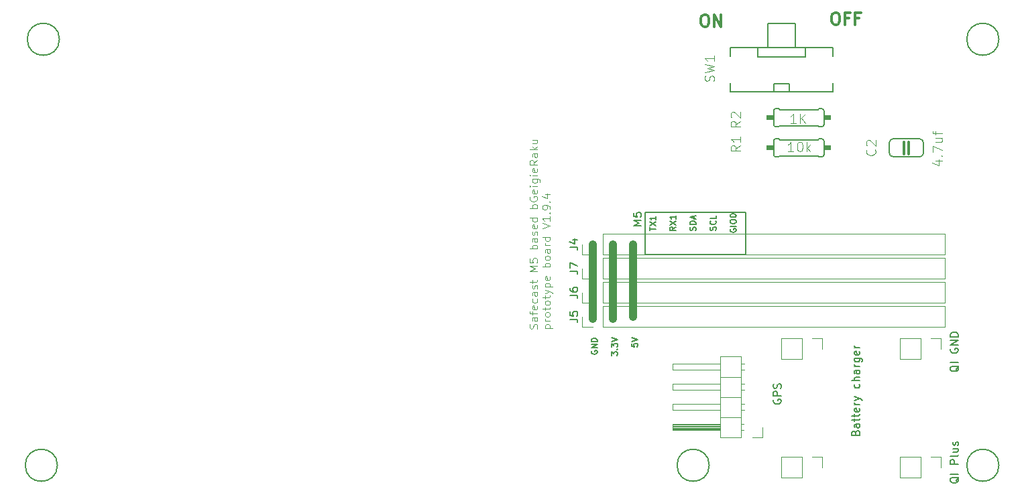
<source format=gbr>
G04 #@! TF.GenerationSoftware,KiCad,Pcbnew,5.99.0-unknown-51b9944~86~ubuntu18.04.1*
G04 #@! TF.CreationDate,2020-03-12T09:02:04+09:00*
G04 #@! TF.ProjectId,bGeigieRaku V2,62476569-6769-4655-9261-6b752056322e,rev?*
G04 #@! TF.SameCoordinates,Original*
G04 #@! TF.FileFunction,Legend,Top*
G04 #@! TF.FilePolarity,Positive*
%FSLAX46Y46*%
G04 Gerber Fmt 4.6, Leading zero omitted, Abs format (unit mm)*
G04 Created by KiCad (PCBNEW 5.99.0-unknown-51b9944~86~ubuntu18.04.1) date 2020-03-12 09:02:04*
%MOMM*%
%LPD*%
G01*
G04 APERTURE LIST*
%ADD10C,1.000000*%
%ADD11C,0.150000*%
%ADD12C,0.300000*%
%ADD13C,0.200000*%
%ADD14C,0.100000*%
%ADD15C,0.203200*%
%ADD16C,0.120000*%
%ADD17C,0.152400*%
%ADD18C,0.304800*%
%ADD19C,0.127000*%
%ADD20C,0.120650*%
%ADD21C,0.096520*%
G04 APERTURE END LIST*
D10*
X164947600Y-98246000D02*
X164947600Y-107390000D01*
X162407600Y-98246000D02*
X162407600Y-107644000D01*
D11*
X193070171Y-122073714D02*
X193117790Y-121930857D01*
X193165409Y-121883238D01*
X193260647Y-121835619D01*
X193403504Y-121835619D01*
X193498742Y-121883238D01*
X193546361Y-121930857D01*
X193593980Y-122026095D01*
X193593980Y-122407047D01*
X192593980Y-122407047D01*
X192593980Y-122073714D01*
X192641600Y-121978476D01*
X192689219Y-121930857D01*
X192784457Y-121883238D01*
X192879695Y-121883238D01*
X192974933Y-121930857D01*
X193022552Y-121978476D01*
X193070171Y-122073714D01*
X193070171Y-122407047D01*
X193593980Y-120978476D02*
X193070171Y-120978476D01*
X192974933Y-121026095D01*
X192927314Y-121121333D01*
X192927314Y-121311809D01*
X192974933Y-121407047D01*
X193546361Y-120978476D02*
X193593980Y-121073714D01*
X193593980Y-121311809D01*
X193546361Y-121407047D01*
X193451123Y-121454666D01*
X193355885Y-121454666D01*
X193260647Y-121407047D01*
X193213028Y-121311809D01*
X193213028Y-121073714D01*
X193165409Y-120978476D01*
X192927314Y-120645142D02*
X192927314Y-120264190D01*
X192593980Y-120502285D02*
X193451123Y-120502285D01*
X193546361Y-120454666D01*
X193593980Y-120359428D01*
X193593980Y-120264190D01*
X192927314Y-120073714D02*
X192927314Y-119692761D01*
X192593980Y-119930857D02*
X193451123Y-119930857D01*
X193546361Y-119883238D01*
X193593980Y-119788000D01*
X193593980Y-119692761D01*
X193546361Y-118978476D02*
X193593980Y-119073714D01*
X193593980Y-119264190D01*
X193546361Y-119359428D01*
X193451123Y-119407047D01*
X193070171Y-119407047D01*
X192974933Y-119359428D01*
X192927314Y-119264190D01*
X192927314Y-119073714D01*
X192974933Y-118978476D01*
X193070171Y-118930857D01*
X193165409Y-118930857D01*
X193260647Y-119407047D01*
X193593980Y-118502285D02*
X192927314Y-118502285D01*
X193117790Y-118502285D02*
X193022552Y-118454666D01*
X192974933Y-118407047D01*
X192927314Y-118311809D01*
X192927314Y-118216571D01*
X192927314Y-117978476D02*
X193593980Y-117740380D01*
X192927314Y-117502285D02*
X193593980Y-117740380D01*
X193832076Y-117835619D01*
X193879695Y-117883238D01*
X193927314Y-117978476D01*
X193546361Y-115930857D02*
X193593980Y-116026095D01*
X193593980Y-116216571D01*
X193546361Y-116311809D01*
X193498742Y-116359428D01*
X193403504Y-116407047D01*
X193117790Y-116407047D01*
X193022552Y-116359428D01*
X192974933Y-116311809D01*
X192927314Y-116216571D01*
X192927314Y-116026095D01*
X192974933Y-115930857D01*
X193593980Y-115502285D02*
X192593980Y-115502285D01*
X193593980Y-115073714D02*
X193070171Y-115073714D01*
X192974933Y-115121333D01*
X192927314Y-115216571D01*
X192927314Y-115359428D01*
X192974933Y-115454666D01*
X193022552Y-115502285D01*
X193593980Y-114168952D02*
X193070171Y-114168952D01*
X192974933Y-114216571D01*
X192927314Y-114311809D01*
X192927314Y-114502285D01*
X192974933Y-114597523D01*
X193546361Y-114168952D02*
X193593980Y-114264190D01*
X193593980Y-114502285D01*
X193546361Y-114597523D01*
X193451123Y-114645142D01*
X193355885Y-114645142D01*
X193260647Y-114597523D01*
X193213028Y-114502285D01*
X193213028Y-114264190D01*
X193165409Y-114168952D01*
X193593980Y-113692761D02*
X192927314Y-113692761D01*
X193117790Y-113692761D02*
X193022552Y-113645142D01*
X192974933Y-113597523D01*
X192927314Y-113502285D01*
X192927314Y-113407047D01*
X192927314Y-112645142D02*
X193736838Y-112645142D01*
X193832076Y-112692761D01*
X193879695Y-112740380D01*
X193927314Y-112835619D01*
X193927314Y-112978476D01*
X193879695Y-113073714D01*
X193546361Y-112645142D02*
X193593980Y-112740380D01*
X193593980Y-112930857D01*
X193546361Y-113026095D01*
X193498742Y-113073714D01*
X193403504Y-113121333D01*
X193117790Y-113121333D01*
X193022552Y-113073714D01*
X192974933Y-113026095D01*
X192927314Y-112930857D01*
X192927314Y-112740380D01*
X192974933Y-112645142D01*
X193546361Y-111788000D02*
X193593980Y-111883238D01*
X193593980Y-112073714D01*
X193546361Y-112168952D01*
X193451123Y-112216571D01*
X193070171Y-112216571D01*
X192974933Y-112168952D01*
X192927314Y-112073714D01*
X192927314Y-111883238D01*
X192974933Y-111788000D01*
X193070171Y-111740380D01*
X193165409Y-111740380D01*
X193260647Y-112216571D01*
X193593980Y-111311809D02*
X192927314Y-111311809D01*
X193117790Y-111311809D02*
X193022552Y-111264190D01*
X192974933Y-111216571D01*
X192927314Y-111121333D01*
X192927314Y-111026095D01*
D12*
X173925028Y-69230571D02*
X174210742Y-69230571D01*
X174353600Y-69302000D01*
X174496457Y-69444857D01*
X174567885Y-69730571D01*
X174567885Y-70230571D01*
X174496457Y-70516285D01*
X174353600Y-70659142D01*
X174210742Y-70730571D01*
X173925028Y-70730571D01*
X173782171Y-70659142D01*
X173639314Y-70516285D01*
X173567885Y-70230571D01*
X173567885Y-69730571D01*
X173639314Y-69444857D01*
X173782171Y-69302000D01*
X173925028Y-69230571D01*
X175210742Y-70730571D02*
X175210742Y-69230571D01*
X176067885Y-70730571D01*
X176067885Y-69230571D01*
X190443028Y-68976571D02*
X190728742Y-68976571D01*
X190871600Y-69048000D01*
X191014457Y-69190857D01*
X191085885Y-69476571D01*
X191085885Y-69976571D01*
X191014457Y-70262285D01*
X190871600Y-70405142D01*
X190728742Y-70476571D01*
X190443028Y-70476571D01*
X190300171Y-70405142D01*
X190157314Y-70262285D01*
X190085885Y-69976571D01*
X190085885Y-69476571D01*
X190157314Y-69190857D01*
X190300171Y-69048000D01*
X190443028Y-68976571D01*
X192228742Y-69690857D02*
X191728742Y-69690857D01*
X191728742Y-70476571D02*
X191728742Y-68976571D01*
X192443028Y-68976571D01*
X193514457Y-69690857D02*
X193014457Y-69690857D01*
X193014457Y-70476571D02*
X193014457Y-68976571D01*
X193728742Y-68976571D01*
D11*
X166034980Y-95880523D02*
X165034980Y-95880523D01*
X165749266Y-95547190D01*
X165034980Y-95213857D01*
X166034980Y-95213857D01*
X165034980Y-94261476D02*
X165034980Y-94737666D01*
X165511171Y-94785285D01*
X165463552Y-94737666D01*
X165415933Y-94642428D01*
X165415933Y-94404333D01*
X165463552Y-94309095D01*
X165511171Y-94261476D01*
X165606409Y-94213857D01*
X165844504Y-94213857D01*
X165939742Y-94261476D01*
X165987361Y-94309095D01*
X166034980Y-94404333D01*
X166034980Y-94642428D01*
X165987361Y-94737666D01*
X165939742Y-94785285D01*
D13*
X179171600Y-99516000D02*
X166471600Y-99516000D01*
X179171600Y-94182000D02*
X179171600Y-99516000D01*
X166471600Y-94182000D02*
X179171600Y-94182000D01*
X166471600Y-99516000D02*
X166471600Y-94182000D01*
D10*
X159867600Y-98246000D02*
X159867600Y-107644000D01*
D11*
X177272600Y-96311142D02*
X177236885Y-96382571D01*
X177236885Y-96489714D01*
X177272600Y-96596857D01*
X177344028Y-96668285D01*
X177415457Y-96704000D01*
X177558314Y-96739714D01*
X177665457Y-96739714D01*
X177808314Y-96704000D01*
X177879742Y-96668285D01*
X177951171Y-96596857D01*
X177986885Y-96489714D01*
X177986885Y-96418285D01*
X177951171Y-96311142D01*
X177915457Y-96275428D01*
X177665457Y-96275428D01*
X177665457Y-96418285D01*
X177986885Y-95954000D02*
X177236885Y-95954000D01*
X177236885Y-95454000D02*
X177236885Y-95311142D01*
X177272600Y-95239714D01*
X177344028Y-95168285D01*
X177486885Y-95132571D01*
X177736885Y-95132571D01*
X177879742Y-95168285D01*
X177951171Y-95239714D01*
X177986885Y-95311142D01*
X177986885Y-95454000D01*
X177951171Y-95525428D01*
X177879742Y-95596857D01*
X177736885Y-95632571D01*
X177486885Y-95632571D01*
X177344028Y-95596857D01*
X177272600Y-95525428D01*
X177236885Y-95454000D01*
X177236885Y-94668285D02*
X177236885Y-94596857D01*
X177272600Y-94525428D01*
X177308314Y-94489714D01*
X177379742Y-94454000D01*
X177522600Y-94418285D01*
X177701171Y-94418285D01*
X177844028Y-94454000D01*
X177915457Y-94489714D01*
X177951171Y-94525428D01*
X177986885Y-94596857D01*
X177986885Y-94668285D01*
X177951171Y-94739714D01*
X177915457Y-94775428D01*
X177844028Y-94811142D01*
X177701171Y-94846857D01*
X177522600Y-94846857D01*
X177379742Y-94811142D01*
X177308314Y-94775428D01*
X177272600Y-94739714D01*
X177236885Y-94668285D01*
X175411171Y-96471857D02*
X175446885Y-96364714D01*
X175446885Y-96186142D01*
X175411171Y-96114714D01*
X175375457Y-96079000D01*
X175304028Y-96043285D01*
X175232600Y-96043285D01*
X175161171Y-96079000D01*
X175125457Y-96114714D01*
X175089742Y-96186142D01*
X175054028Y-96329000D01*
X175018314Y-96400428D01*
X174982600Y-96436142D01*
X174911171Y-96471857D01*
X174839742Y-96471857D01*
X174768314Y-96436142D01*
X174732600Y-96400428D01*
X174696885Y-96329000D01*
X174696885Y-96150428D01*
X174732600Y-96043285D01*
X175375457Y-95293285D02*
X175411171Y-95329000D01*
X175446885Y-95436142D01*
X175446885Y-95507571D01*
X175411171Y-95614714D01*
X175339742Y-95686142D01*
X175268314Y-95721857D01*
X175125457Y-95757571D01*
X175018314Y-95757571D01*
X174875457Y-95721857D01*
X174804028Y-95686142D01*
X174732600Y-95614714D01*
X174696885Y-95507571D01*
X174696885Y-95436142D01*
X174732600Y-95329000D01*
X174768314Y-95293285D01*
X175446885Y-94614714D02*
X175446885Y-94971857D01*
X174696885Y-94971857D01*
X172871171Y-96489714D02*
X172906885Y-96382571D01*
X172906885Y-96204000D01*
X172871171Y-96132571D01*
X172835457Y-96096857D01*
X172764028Y-96061142D01*
X172692600Y-96061142D01*
X172621171Y-96096857D01*
X172585457Y-96132571D01*
X172549742Y-96204000D01*
X172514028Y-96346857D01*
X172478314Y-96418285D01*
X172442600Y-96454000D01*
X172371171Y-96489714D01*
X172299742Y-96489714D01*
X172228314Y-96454000D01*
X172192600Y-96418285D01*
X172156885Y-96346857D01*
X172156885Y-96168285D01*
X172192600Y-96061142D01*
X172906885Y-95739714D02*
X172156885Y-95739714D01*
X172156885Y-95561142D01*
X172192600Y-95454000D01*
X172264028Y-95382571D01*
X172335457Y-95346857D01*
X172478314Y-95311142D01*
X172585457Y-95311142D01*
X172728314Y-95346857D01*
X172799742Y-95382571D01*
X172871171Y-95454000D01*
X172906885Y-95561142D01*
X172906885Y-95739714D01*
X172692600Y-95025428D02*
X172692600Y-94668285D01*
X172906885Y-95096857D02*
X172156885Y-94846857D01*
X172906885Y-94596857D01*
X170366885Y-96061141D02*
X170009742Y-96311141D01*
X170366885Y-96489713D02*
X169616885Y-96489713D01*
X169616885Y-96203999D01*
X169652600Y-96132570D01*
X169688314Y-96096856D01*
X169759742Y-96061141D01*
X169866885Y-96061141D01*
X169938314Y-96096856D01*
X169974028Y-96132570D01*
X170009742Y-96203999D01*
X170009742Y-96489713D01*
X169616885Y-95811141D02*
X170366885Y-95311141D01*
X169616885Y-95311141D02*
X170366885Y-95811141D01*
X170366885Y-94632570D02*
X170366885Y-95061141D01*
X170366885Y-94846856D02*
X169616885Y-94846856D01*
X169724028Y-94918284D01*
X169795457Y-94989713D01*
X169831171Y-95061141D01*
X167076885Y-96507570D02*
X167076885Y-96078999D01*
X167826885Y-96293284D02*
X167076885Y-96293284D01*
X167076885Y-95900427D02*
X167826885Y-95400427D01*
X167076885Y-95400427D02*
X167826885Y-95900427D01*
X167826885Y-94721856D02*
X167826885Y-95150427D01*
X167826885Y-94936141D02*
X167076885Y-94936141D01*
X167184028Y-95007570D01*
X167255457Y-95078999D01*
X167291171Y-95150427D01*
X164790885Y-110807143D02*
X164790885Y-111164286D01*
X165148028Y-111200000D01*
X165112314Y-111164286D01*
X165076600Y-111092857D01*
X165076600Y-110914286D01*
X165112314Y-110842857D01*
X165148028Y-110807143D01*
X165219457Y-110771428D01*
X165398028Y-110771428D01*
X165469457Y-110807143D01*
X165505171Y-110842857D01*
X165540885Y-110914286D01*
X165540885Y-111092857D01*
X165505171Y-111164286D01*
X165469457Y-111200000D01*
X164790885Y-110557143D02*
X165540885Y-110307143D01*
X164790885Y-110057143D01*
X162250885Y-112307142D02*
X162250885Y-111842857D01*
X162536600Y-112092857D01*
X162536600Y-111985714D01*
X162572314Y-111914285D01*
X162608028Y-111878571D01*
X162679457Y-111842857D01*
X162858028Y-111842857D01*
X162929457Y-111878571D01*
X162965171Y-111914285D01*
X163000885Y-111985714D01*
X163000885Y-112200000D01*
X162965171Y-112271428D01*
X162929457Y-112307142D01*
X162929457Y-111521428D02*
X162965171Y-111485714D01*
X163000885Y-111521428D01*
X162965171Y-111557142D01*
X162929457Y-111521428D01*
X163000885Y-111521428D01*
X162250885Y-111235714D02*
X162250885Y-110771428D01*
X162536600Y-111021428D01*
X162536600Y-110914285D01*
X162572314Y-110842857D01*
X162608028Y-110807142D01*
X162679457Y-110771428D01*
X162858028Y-110771428D01*
X162929457Y-110807142D01*
X162965171Y-110842857D01*
X163000885Y-110914285D01*
X163000885Y-111128571D01*
X162965171Y-111200000D01*
X162929457Y-111235714D01*
X162250885Y-110557142D02*
X163000885Y-110307142D01*
X162250885Y-110057142D01*
X159746600Y-111699999D02*
X159710885Y-111771428D01*
X159710885Y-111878571D01*
X159746600Y-111985713D01*
X159818028Y-112057142D01*
X159889457Y-112092856D01*
X160032314Y-112128571D01*
X160139457Y-112128571D01*
X160282314Y-112092856D01*
X160353742Y-112057142D01*
X160425171Y-111985713D01*
X160460885Y-111878571D01*
X160460885Y-111807142D01*
X160425171Y-111699999D01*
X160389457Y-111664285D01*
X160139457Y-111664285D01*
X160139457Y-111807142D01*
X160460885Y-111342856D02*
X159710885Y-111342856D01*
X160460885Y-110914285D01*
X159710885Y-110914285D01*
X160460885Y-110557142D02*
X159710885Y-110557142D01*
X159710885Y-110378571D01*
X159746600Y-110271428D01*
X159818028Y-110199999D01*
X159889457Y-110164285D01*
X160032314Y-110128571D01*
X160139457Y-110128571D01*
X160282314Y-110164285D01*
X160353742Y-110199999D01*
X160425171Y-110271428D01*
X160460885Y-110378571D01*
X160460885Y-110557142D01*
D14*
X152863361Y-108912523D02*
X152910980Y-108769666D01*
X152910980Y-108531571D01*
X152863361Y-108436333D01*
X152815742Y-108388714D01*
X152720504Y-108341095D01*
X152625266Y-108341095D01*
X152530028Y-108388714D01*
X152482409Y-108436333D01*
X152434790Y-108531571D01*
X152387171Y-108722047D01*
X152339552Y-108817285D01*
X152291933Y-108864904D01*
X152196695Y-108912523D01*
X152101457Y-108912523D01*
X152006219Y-108864904D01*
X151958600Y-108817285D01*
X151910980Y-108722047D01*
X151910980Y-108483952D01*
X151958600Y-108341095D01*
X152910980Y-107483952D02*
X152387171Y-107483952D01*
X152291933Y-107531571D01*
X152244314Y-107626809D01*
X152244314Y-107817285D01*
X152291933Y-107912523D01*
X152863361Y-107483952D02*
X152910980Y-107579190D01*
X152910980Y-107817285D01*
X152863361Y-107912523D01*
X152768123Y-107960142D01*
X152672885Y-107960142D01*
X152577647Y-107912523D01*
X152530028Y-107817285D01*
X152530028Y-107579190D01*
X152482409Y-107483952D01*
X152244314Y-107150619D02*
X152244314Y-106769666D01*
X152910980Y-107007761D02*
X152053838Y-107007761D01*
X151958600Y-106960142D01*
X151910980Y-106864904D01*
X151910980Y-106769666D01*
X152863361Y-106055380D02*
X152910980Y-106150619D01*
X152910980Y-106341095D01*
X152863361Y-106436333D01*
X152768123Y-106483952D01*
X152387171Y-106483952D01*
X152291933Y-106436333D01*
X152244314Y-106341095D01*
X152244314Y-106150619D01*
X152291933Y-106055380D01*
X152387171Y-106007761D01*
X152482409Y-106007761D01*
X152577647Y-106483952D01*
X152863361Y-105150619D02*
X152910980Y-105245857D01*
X152910980Y-105436333D01*
X152863361Y-105531571D01*
X152815742Y-105579190D01*
X152720504Y-105626809D01*
X152434790Y-105626809D01*
X152339552Y-105579190D01*
X152291933Y-105531571D01*
X152244314Y-105436333D01*
X152244314Y-105245857D01*
X152291933Y-105150619D01*
X152910980Y-104293476D02*
X152387171Y-104293476D01*
X152291933Y-104341095D01*
X152244314Y-104436333D01*
X152244314Y-104626809D01*
X152291933Y-104722047D01*
X152863361Y-104293476D02*
X152910980Y-104388714D01*
X152910980Y-104626809D01*
X152863361Y-104722047D01*
X152768123Y-104769666D01*
X152672885Y-104769666D01*
X152577647Y-104722047D01*
X152530028Y-104626809D01*
X152530028Y-104388714D01*
X152482409Y-104293476D01*
X152863361Y-103864904D02*
X152910980Y-103769666D01*
X152910980Y-103579190D01*
X152863361Y-103483952D01*
X152768123Y-103436333D01*
X152720504Y-103436333D01*
X152625266Y-103483952D01*
X152577647Y-103579190D01*
X152577647Y-103722047D01*
X152530028Y-103817285D01*
X152434790Y-103864904D01*
X152387171Y-103864904D01*
X152291933Y-103817285D01*
X152244314Y-103722047D01*
X152244314Y-103579190D01*
X152291933Y-103483952D01*
X152244314Y-103150619D02*
X152244314Y-102769666D01*
X151910980Y-103007761D02*
X152768123Y-103007761D01*
X152863361Y-102960142D01*
X152910980Y-102864904D01*
X152910980Y-102769666D01*
X152910980Y-101674428D02*
X151910980Y-101674428D01*
X152625266Y-101341095D01*
X151910980Y-101007761D01*
X152910980Y-101007761D01*
X151910980Y-100055380D02*
X151910980Y-100531571D01*
X152387171Y-100579190D01*
X152339552Y-100531571D01*
X152291933Y-100436333D01*
X152291933Y-100198238D01*
X152339552Y-100103000D01*
X152387171Y-100055380D01*
X152482409Y-100007761D01*
X152720504Y-100007761D01*
X152815742Y-100055380D01*
X152863361Y-100103000D01*
X152910980Y-100198238D01*
X152910980Y-100436333D01*
X152863361Y-100531571D01*
X152815742Y-100579190D01*
X152910980Y-98817285D02*
X151910980Y-98817285D01*
X152291933Y-98817285D02*
X152244314Y-98722047D01*
X152244314Y-98531571D01*
X152291933Y-98436333D01*
X152339552Y-98388714D01*
X152434790Y-98341095D01*
X152720504Y-98341095D01*
X152815742Y-98388714D01*
X152863361Y-98436333D01*
X152910980Y-98531571D01*
X152910980Y-98722047D01*
X152863361Y-98817285D01*
X152910980Y-97483952D02*
X152387171Y-97483952D01*
X152291933Y-97531571D01*
X152244314Y-97626809D01*
X152244314Y-97817285D01*
X152291933Y-97912523D01*
X152863361Y-97483952D02*
X152910980Y-97579190D01*
X152910980Y-97817285D01*
X152863361Y-97912523D01*
X152768123Y-97960142D01*
X152672885Y-97960142D01*
X152577647Y-97912523D01*
X152530028Y-97817285D01*
X152530028Y-97579190D01*
X152482409Y-97483952D01*
X152863361Y-97055380D02*
X152910980Y-96960142D01*
X152910980Y-96769666D01*
X152863361Y-96674428D01*
X152768123Y-96626809D01*
X152720504Y-96626809D01*
X152625266Y-96674428D01*
X152577647Y-96769666D01*
X152577647Y-96912523D01*
X152530028Y-97007761D01*
X152434790Y-97055380D01*
X152387171Y-97055380D01*
X152291933Y-97007761D01*
X152244314Y-96912523D01*
X152244314Y-96769666D01*
X152291933Y-96674428D01*
X152863361Y-95817285D02*
X152910980Y-95912523D01*
X152910980Y-96103000D01*
X152863361Y-96198238D01*
X152768123Y-96245857D01*
X152387171Y-96245857D01*
X152291933Y-96198238D01*
X152244314Y-96103000D01*
X152244314Y-95912523D01*
X152291933Y-95817285D01*
X152387171Y-95769666D01*
X152482409Y-95769666D01*
X152577647Y-96245857D01*
X152910980Y-94912523D02*
X151910980Y-94912523D01*
X152863361Y-94912523D02*
X152910980Y-95007761D01*
X152910980Y-95198238D01*
X152863361Y-95293476D01*
X152815742Y-95341095D01*
X152720504Y-95388714D01*
X152434790Y-95388714D01*
X152339552Y-95341095D01*
X152291933Y-95293476D01*
X152244314Y-95198238D01*
X152244314Y-95007761D01*
X152291933Y-94912523D01*
X152910980Y-93674428D02*
X151910980Y-93674428D01*
X152291933Y-93674428D02*
X152244314Y-93579190D01*
X152244314Y-93388714D01*
X152291933Y-93293476D01*
X152339552Y-93245857D01*
X152434790Y-93198238D01*
X152720504Y-93198238D01*
X152815742Y-93245857D01*
X152863361Y-93293476D01*
X152910980Y-93388714D01*
X152910980Y-93579190D01*
X152863361Y-93674428D01*
X151958600Y-92245857D02*
X151910980Y-92341095D01*
X151910980Y-92483952D01*
X151958600Y-92626809D01*
X152053838Y-92722047D01*
X152149076Y-92769666D01*
X152339552Y-92817285D01*
X152482409Y-92817285D01*
X152672885Y-92769666D01*
X152768123Y-92722047D01*
X152863361Y-92626809D01*
X152910980Y-92483952D01*
X152910980Y-92388714D01*
X152863361Y-92245857D01*
X152815742Y-92198238D01*
X152482409Y-92198238D01*
X152482409Y-92388714D01*
X152863361Y-91388714D02*
X152910980Y-91483952D01*
X152910980Y-91674428D01*
X152863361Y-91769666D01*
X152768123Y-91817285D01*
X152387171Y-91817285D01*
X152291933Y-91769666D01*
X152244314Y-91674428D01*
X152244314Y-91483952D01*
X152291933Y-91388714D01*
X152387171Y-91341095D01*
X152482409Y-91341095D01*
X152577647Y-91817285D01*
X152910980Y-90912523D02*
X152244314Y-90912523D01*
X151910980Y-90912523D02*
X151958600Y-90960142D01*
X152006219Y-90912523D01*
X151958600Y-90864904D01*
X151910980Y-90912523D01*
X152006219Y-90912523D01*
X152244314Y-90007761D02*
X153053838Y-90007761D01*
X153149076Y-90055380D01*
X153196695Y-90103000D01*
X153244314Y-90198238D01*
X153244314Y-90341095D01*
X153196695Y-90436333D01*
X152863361Y-90007761D02*
X152910980Y-90103000D01*
X152910980Y-90293476D01*
X152863361Y-90388714D01*
X152815742Y-90436333D01*
X152720504Y-90483952D01*
X152434790Y-90483952D01*
X152339552Y-90436333D01*
X152291933Y-90388714D01*
X152244314Y-90293476D01*
X152244314Y-90103000D01*
X152291933Y-90007761D01*
X152910980Y-89531571D02*
X152244314Y-89531571D01*
X151910980Y-89531571D02*
X151958600Y-89579190D01*
X152006219Y-89531571D01*
X151958600Y-89483952D01*
X151910980Y-89531571D01*
X152006219Y-89531571D01*
X152863361Y-88674428D02*
X152910980Y-88769666D01*
X152910980Y-88960142D01*
X152863361Y-89055380D01*
X152768123Y-89103000D01*
X152387171Y-89103000D01*
X152291933Y-89055380D01*
X152244314Y-88960142D01*
X152244314Y-88769666D01*
X152291933Y-88674428D01*
X152387171Y-88626809D01*
X152482409Y-88626809D01*
X152577647Y-89103000D01*
X152910980Y-87626809D02*
X152434790Y-87960142D01*
X152910980Y-88198238D02*
X151910980Y-88198238D01*
X151910980Y-87817285D01*
X151958600Y-87722047D01*
X152006219Y-87674428D01*
X152101457Y-87626809D01*
X152244314Y-87626809D01*
X152339552Y-87674428D01*
X152387171Y-87722047D01*
X152434790Y-87817285D01*
X152434790Y-88198238D01*
X152910980Y-86769666D02*
X152387171Y-86769666D01*
X152291933Y-86817285D01*
X152244314Y-86912523D01*
X152244314Y-87103000D01*
X152291933Y-87198238D01*
X152863361Y-86769666D02*
X152910980Y-86864904D01*
X152910980Y-87103000D01*
X152863361Y-87198238D01*
X152768123Y-87245857D01*
X152672885Y-87245857D01*
X152577647Y-87198238D01*
X152530028Y-87103000D01*
X152530028Y-86864904D01*
X152482409Y-86769666D01*
X152910980Y-86293476D02*
X151910980Y-86293476D01*
X152530028Y-86198238D02*
X152910980Y-85912523D01*
X152244314Y-85912523D02*
X152625266Y-86293476D01*
X152244314Y-85055380D02*
X152910980Y-85055380D01*
X152244314Y-85483952D02*
X152768123Y-85483952D01*
X152863361Y-85436333D01*
X152910980Y-85341095D01*
X152910980Y-85198238D01*
X152863361Y-85103000D01*
X152815742Y-85055380D01*
X153854314Y-108864904D02*
X154854314Y-108864904D01*
X153901933Y-108864904D02*
X153854314Y-108769666D01*
X153854314Y-108579190D01*
X153901933Y-108483952D01*
X153949552Y-108436333D01*
X154044790Y-108388714D01*
X154330504Y-108388714D01*
X154425742Y-108436333D01*
X154473361Y-108483952D01*
X154520980Y-108579190D01*
X154520980Y-108769666D01*
X154473361Y-108864904D01*
X154520980Y-107960142D02*
X153854314Y-107960142D01*
X154044790Y-107960142D02*
X153949552Y-107912523D01*
X153901933Y-107864904D01*
X153854314Y-107769666D01*
X153854314Y-107674428D01*
X154520980Y-107198238D02*
X154473361Y-107293476D01*
X154425742Y-107341095D01*
X154330504Y-107388714D01*
X154044790Y-107388714D01*
X153949552Y-107341095D01*
X153901933Y-107293476D01*
X153854314Y-107198238D01*
X153854314Y-107055380D01*
X153901933Y-106960142D01*
X153949552Y-106912523D01*
X154044790Y-106864904D01*
X154330504Y-106864904D01*
X154425742Y-106912523D01*
X154473361Y-106960142D01*
X154520980Y-107055380D01*
X154520980Y-107198238D01*
X153854314Y-106579190D02*
X153854314Y-106198238D01*
X153520980Y-106436333D02*
X154378123Y-106436333D01*
X154473361Y-106388714D01*
X154520980Y-106293476D01*
X154520980Y-106198238D01*
X154520980Y-105722047D02*
X154473361Y-105817285D01*
X154425742Y-105864904D01*
X154330504Y-105912523D01*
X154044790Y-105912523D01*
X153949552Y-105864904D01*
X153901933Y-105817285D01*
X153854314Y-105722047D01*
X153854314Y-105579190D01*
X153901933Y-105483952D01*
X153949552Y-105436333D01*
X154044790Y-105388714D01*
X154330504Y-105388714D01*
X154425742Y-105436333D01*
X154473361Y-105483952D01*
X154520980Y-105579190D01*
X154520980Y-105722047D01*
X153854314Y-105103000D02*
X153854314Y-104722047D01*
X153520980Y-104960142D02*
X154378123Y-104960142D01*
X154473361Y-104912523D01*
X154520980Y-104817285D01*
X154520980Y-104722047D01*
X153854314Y-104483952D02*
X154520980Y-104245857D01*
X153854314Y-104007761D02*
X154520980Y-104245857D01*
X154759076Y-104341095D01*
X154806695Y-104388714D01*
X154854314Y-104483952D01*
X153854314Y-103626809D02*
X154854314Y-103626809D01*
X153901933Y-103626809D02*
X153854314Y-103531571D01*
X153854314Y-103341095D01*
X153901933Y-103245857D01*
X153949552Y-103198238D01*
X154044790Y-103150619D01*
X154330504Y-103150619D01*
X154425742Y-103198238D01*
X154473361Y-103245857D01*
X154520980Y-103341095D01*
X154520980Y-103531571D01*
X154473361Y-103626809D01*
X154473361Y-102341095D02*
X154520980Y-102436333D01*
X154520980Y-102626809D01*
X154473361Y-102722047D01*
X154378123Y-102769666D01*
X153997171Y-102769666D01*
X153901933Y-102722047D01*
X153854314Y-102626809D01*
X153854314Y-102436333D01*
X153901933Y-102341095D01*
X153997171Y-102293476D01*
X154092409Y-102293476D01*
X154187647Y-102769666D01*
X154520980Y-101103000D02*
X153520980Y-101103000D01*
X153901933Y-101103000D02*
X153854314Y-101007761D01*
X153854314Y-100817285D01*
X153901933Y-100722047D01*
X153949552Y-100674428D01*
X154044790Y-100626809D01*
X154330504Y-100626809D01*
X154425742Y-100674428D01*
X154473361Y-100722047D01*
X154520980Y-100817285D01*
X154520980Y-101007761D01*
X154473361Y-101103000D01*
X154520980Y-100055380D02*
X154473361Y-100150619D01*
X154425742Y-100198238D01*
X154330504Y-100245857D01*
X154044790Y-100245857D01*
X153949552Y-100198238D01*
X153901933Y-100150619D01*
X153854314Y-100055380D01*
X153854314Y-99912523D01*
X153901933Y-99817285D01*
X153949552Y-99769666D01*
X154044790Y-99722047D01*
X154330504Y-99722047D01*
X154425742Y-99769666D01*
X154473361Y-99817285D01*
X154520980Y-99912523D01*
X154520980Y-100055380D01*
X154520980Y-98864904D02*
X153997171Y-98864904D01*
X153901933Y-98912523D01*
X153854314Y-99007761D01*
X153854314Y-99198238D01*
X153901933Y-99293476D01*
X154473361Y-98864904D02*
X154520980Y-98960142D01*
X154520980Y-99198238D01*
X154473361Y-99293476D01*
X154378123Y-99341095D01*
X154282885Y-99341095D01*
X154187647Y-99293476D01*
X154140028Y-99198238D01*
X154140028Y-98960142D01*
X154092409Y-98864904D01*
X154520980Y-98388714D02*
X153854314Y-98388714D01*
X154044790Y-98388714D02*
X153949552Y-98341095D01*
X153901933Y-98293476D01*
X153854314Y-98198238D01*
X153854314Y-98103000D01*
X154520980Y-97341095D02*
X153520980Y-97341095D01*
X154473361Y-97341095D02*
X154520980Y-97436333D01*
X154520980Y-97626809D01*
X154473361Y-97722047D01*
X154425742Y-97769666D01*
X154330504Y-97817285D01*
X154044790Y-97817285D01*
X153949552Y-97769666D01*
X153901933Y-97722047D01*
X153854314Y-97626809D01*
X153854314Y-97436333D01*
X153901933Y-97341095D01*
X153520980Y-96245857D02*
X154520980Y-95912523D01*
X153520980Y-95579190D01*
X154520980Y-94722047D02*
X154520980Y-95293476D01*
X154520980Y-95007761D02*
X153520980Y-95007761D01*
X153663838Y-95103000D01*
X153759076Y-95198238D01*
X153806695Y-95293476D01*
X154425742Y-94293476D02*
X154473361Y-94245857D01*
X154520980Y-94293476D01*
X154473361Y-94341095D01*
X154425742Y-94293476D01*
X154520980Y-94293476D01*
X154520980Y-93769666D02*
X154520980Y-93579190D01*
X154473361Y-93483952D01*
X154425742Y-93436333D01*
X154282885Y-93341095D01*
X154092409Y-93293476D01*
X153711457Y-93293476D01*
X153616219Y-93341095D01*
X153568600Y-93388714D01*
X153520980Y-93483952D01*
X153520980Y-93674428D01*
X153568600Y-93769666D01*
X153616219Y-93817285D01*
X153711457Y-93864904D01*
X153949552Y-93864904D01*
X154044790Y-93817285D01*
X154092409Y-93769666D01*
X154140028Y-93674428D01*
X154140028Y-93483952D01*
X154092409Y-93388714D01*
X154044790Y-93341095D01*
X153949552Y-93293476D01*
X154425742Y-92864904D02*
X154473361Y-92817285D01*
X154520980Y-92864904D01*
X154473361Y-92912523D01*
X154425742Y-92864904D01*
X154520980Y-92864904D01*
X153854314Y-91960142D02*
X154520980Y-91960142D01*
X153473361Y-92198238D02*
X154187647Y-92436333D01*
X154187647Y-91817285D01*
D15*
X174599600Y-126186000D02*
G75*
G03*
X174599600Y-126186000I-2032000J0D01*
G01*
X92303600Y-126186000D02*
G75*
G03*
X92303600Y-126186000I-2032000J0D01*
G01*
X92557600Y-72338000D02*
G75*
G03*
X92557600Y-72338000I-2032000J0D01*
G01*
X211176000Y-72338000D02*
G75*
G03*
X211176000Y-72338000I-2032000J0D01*
G01*
X211175600Y-126186000D02*
G75*
G03*
X211175600Y-126186000I-2032000J0D01*
G01*
D16*
X204378000Y-99576000D02*
X204378000Y-96916000D01*
X161138000Y-99576000D02*
X204378000Y-99576000D01*
X161138000Y-96916000D02*
X204378000Y-96916000D01*
X161138000Y-99576000D02*
X161138000Y-96916000D01*
X159868000Y-99576000D02*
X158538000Y-99576000D01*
X158538000Y-99576000D02*
X158538000Y-98246000D01*
X188884000Y-125110000D02*
X188884000Y-126440000D01*
X187554000Y-125110000D02*
X188884000Y-125110000D01*
X186284000Y-125110000D02*
X186284000Y-127770000D01*
X186284000Y-127770000D02*
X183684000Y-127770000D01*
X186284000Y-125110000D02*
X183684000Y-125110000D01*
X183684000Y-125110000D02*
X183684000Y-127770000D01*
X203870000Y-125110000D02*
X203870000Y-126440000D01*
X202540000Y-125110000D02*
X203870000Y-125110000D01*
X201270000Y-125110000D02*
X201270000Y-127770000D01*
X201270000Y-127770000D02*
X198670000Y-127770000D01*
X201270000Y-125110000D02*
X198670000Y-125110000D01*
X198670000Y-125110000D02*
X198670000Y-127770000D01*
X203870000Y-110124000D02*
X203870000Y-111454000D01*
X202540000Y-110124000D02*
X203870000Y-110124000D01*
X201270000Y-110124000D02*
X201270000Y-112784000D01*
X201270000Y-112784000D02*
X198670000Y-112784000D01*
X201270000Y-110124000D02*
X198670000Y-110124000D01*
X198670000Y-110124000D02*
X198670000Y-112784000D01*
X188884000Y-110124000D02*
X188884000Y-111454000D01*
X187554000Y-110124000D02*
X188884000Y-110124000D01*
X186284000Y-110124000D02*
X186284000Y-112784000D01*
X186284000Y-112784000D02*
X183684000Y-112784000D01*
X186284000Y-110124000D02*
X183684000Y-110124000D01*
X183684000Y-110124000D02*
X183684000Y-112784000D01*
X158538000Y-102624000D02*
X158538000Y-101294000D01*
X159868000Y-102624000D02*
X158538000Y-102624000D01*
X161138000Y-102624000D02*
X161138000Y-99964000D01*
X161138000Y-99964000D02*
X204378000Y-99964000D01*
X161138000Y-102624000D02*
X204378000Y-102624000D01*
X204378000Y-102624000D02*
X204378000Y-99964000D01*
X158538000Y-105672000D02*
X158538000Y-104342000D01*
X159868000Y-105672000D02*
X158538000Y-105672000D01*
X161138000Y-105672000D02*
X161138000Y-103012000D01*
X161138000Y-103012000D02*
X204378000Y-103012000D01*
X161138000Y-105672000D02*
X204378000Y-105672000D01*
X204378000Y-105672000D02*
X204378000Y-103012000D01*
X158538000Y-108720000D02*
X158538000Y-107390000D01*
X159868000Y-108720000D02*
X158538000Y-108720000D01*
X161138000Y-108720000D02*
X161138000Y-106060000D01*
X161138000Y-106060000D02*
X204378000Y-106060000D01*
X161138000Y-108720000D02*
X204378000Y-108720000D01*
X204378000Y-108720000D02*
X204378000Y-106060000D01*
G36*
X182728000Y-82548800D02*
G01*
X181864400Y-82548800D01*
X181864400Y-81939200D01*
X182728000Y-81939200D01*
X182728000Y-82548800D01*
G37*
G36*
X189941600Y-82548800D02*
G01*
X189078000Y-82548800D01*
X189078000Y-81939200D01*
X189941600Y-81939200D01*
X189941600Y-82548800D01*
G37*
D17*
X189078000Y-83133000D02*
X189078000Y-81355000D01*
X188824000Y-83387000D02*
X188443000Y-83387000D01*
X188824000Y-81101000D02*
X188443000Y-81101000D01*
X188316000Y-83260000D02*
X183490000Y-83260000D01*
X188316000Y-83260000D02*
X188443000Y-83387000D01*
X188316000Y-81228000D02*
X183490000Y-81228000D01*
X188316000Y-81228000D02*
X188443000Y-81101000D01*
X183490000Y-83260000D02*
X183363000Y-83387000D01*
X182982000Y-83387000D02*
X183363000Y-83387000D01*
X183490000Y-81228000D02*
X183363000Y-81101000D01*
X182982000Y-81101000D02*
X183363000Y-81101000D01*
X182728000Y-83133000D02*
X182728000Y-81355000D01*
X189078000Y-81355000D02*
G75*
G03*
X188824000Y-81101000I-254000J0D01*
G01*
X189078000Y-83133000D02*
G75*
G02*
X188824000Y-83387000I-254000J0D01*
G01*
X182982000Y-83387000D02*
G75*
G02*
X182728000Y-83133000I0J254000D01*
G01*
X182982000Y-81101000D02*
G75*
G03*
X182728000Y-81355000I0J-254000D01*
G01*
G36*
X189941600Y-86358800D02*
G01*
X189078000Y-86358800D01*
X189078000Y-85749200D01*
X189941600Y-85749200D01*
X189941600Y-86358800D01*
G37*
G36*
X182728000Y-86358800D02*
G01*
X181864400Y-86358800D01*
X181864400Y-85749200D01*
X182728000Y-85749200D01*
X182728000Y-86358800D01*
G37*
X182728000Y-85165000D02*
X182728000Y-86943000D01*
X182982000Y-84911000D02*
X183363000Y-84911000D01*
X182982000Y-87197000D02*
X183363000Y-87197000D01*
X183490000Y-85038000D02*
X188316000Y-85038000D01*
X183490000Y-85038000D02*
X183363000Y-84911000D01*
X183490000Y-87070000D02*
X188316000Y-87070000D01*
X183490000Y-87070000D02*
X183363000Y-87197000D01*
X188316000Y-85038000D02*
X188443000Y-84911000D01*
X188824000Y-84911000D02*
X188443000Y-84911000D01*
X188316000Y-87070000D02*
X188443000Y-87197000D01*
X188824000Y-87197000D02*
X188443000Y-87197000D01*
X189078000Y-85165000D02*
X189078000Y-86943000D01*
X182728000Y-86943000D02*
G75*
G03*
X182982000Y-87197000I254000J0D01*
G01*
X182728000Y-85165000D02*
G75*
G02*
X182982000Y-84911000I254000J0D01*
G01*
X188824000Y-84911000D02*
G75*
G02*
X189078000Y-85165000I0J-254000D01*
G01*
X188824000Y-87197000D02*
G75*
G03*
X189078000Y-86943000I0J254000D01*
G01*
D18*
X199161800Y-86816000D02*
X199161800Y-85292000D01*
X199796800Y-86816000D02*
X199796800Y-85292000D01*
D17*
X197333000Y-85419000D02*
G75*
G02*
X197841000Y-84911000I508000J0D01*
G01*
X197333000Y-86689000D02*
G75*
G03*
X197841000Y-87197000I508000J0D01*
G01*
X197841000Y-84911000D02*
X201143000Y-84911000D01*
X197333000Y-85419000D02*
X197333000Y-86689000D01*
X197841000Y-87197000D02*
X201143000Y-87197000D01*
X201143000Y-84911000D02*
G75*
G02*
X201651000Y-85419000I0J-508000D01*
G01*
X201143000Y-87197000D02*
G75*
G03*
X201651000Y-86689000I0J508000D01*
G01*
X201651000Y-85419000D02*
X201651000Y-86689000D01*
D19*
X190244000Y-78948000D02*
X184744000Y-78948000D01*
X184744000Y-78948000D02*
X182744000Y-78948000D01*
X182744000Y-78948000D02*
X177244000Y-78948000D01*
X177244000Y-73348000D02*
X180744000Y-73348000D01*
X180744000Y-73348000D02*
X181994000Y-73348000D01*
X181994000Y-73348000D02*
X185494000Y-73348000D01*
X185494000Y-73348000D02*
X186744000Y-73348000D01*
X186744000Y-73348000D02*
X190244000Y-73348000D01*
X184744000Y-78948000D02*
X184744000Y-77948000D01*
X184744000Y-77948000D02*
X182744000Y-77948000D01*
X182744000Y-77948000D02*
X182744000Y-78948000D01*
X186744000Y-73348000D02*
X186744000Y-74548000D01*
X186744000Y-74548000D02*
X180744000Y-74548000D01*
X180744000Y-74548000D02*
X180744000Y-73348000D01*
X185494000Y-73348000D02*
X185494000Y-70348000D01*
X185494000Y-70348000D02*
X181994000Y-70348000D01*
X181994000Y-70348000D02*
X181994000Y-73348000D01*
X190244000Y-78948000D02*
X190244000Y-77848000D01*
X190244000Y-73348000D02*
X190244000Y-74448000D01*
X177244000Y-78948000D02*
X177244000Y-77848000D01*
X177244000Y-73348000D02*
X177244000Y-74448000D01*
D16*
X181331000Y-122630000D02*
X180061000Y-122630000D01*
X181331000Y-121360000D02*
X181331000Y-122630000D01*
X179018071Y-113360000D02*
X178621000Y-113360000D01*
X179018071Y-114120000D02*
X178621000Y-114120000D01*
X169961000Y-113360000D02*
X175961000Y-113360000D01*
X169961000Y-114120000D02*
X169961000Y-113360000D01*
X175961000Y-114120000D02*
X169961000Y-114120000D01*
X178621000Y-115010000D02*
X175961000Y-115010000D01*
X179018071Y-115900000D02*
X178621000Y-115900000D01*
X179018071Y-116660000D02*
X178621000Y-116660000D01*
X169961000Y-115900000D02*
X175961000Y-115900000D01*
X169961000Y-116660000D02*
X169961000Y-115900000D01*
X175961000Y-116660000D02*
X169961000Y-116660000D01*
X178621000Y-117550000D02*
X175961000Y-117550000D01*
X179018071Y-118440000D02*
X178621000Y-118440000D01*
X179018071Y-119200000D02*
X178621000Y-119200000D01*
X169961000Y-118440000D02*
X175961000Y-118440000D01*
X169961000Y-119200000D02*
X169961000Y-118440000D01*
X175961000Y-119200000D02*
X169961000Y-119200000D01*
X178621000Y-120090000D02*
X175961000Y-120090000D01*
X178951000Y-120980000D02*
X178621000Y-120980000D01*
X178951000Y-121740000D02*
X178621000Y-121740000D01*
X175961000Y-121080000D02*
X169961000Y-121080000D01*
X175961000Y-121200000D02*
X169961000Y-121200000D01*
X175961000Y-121320000D02*
X169961000Y-121320000D01*
X175961000Y-121440000D02*
X169961000Y-121440000D01*
X175961000Y-121560000D02*
X169961000Y-121560000D01*
X175961000Y-121680000D02*
X169961000Y-121680000D01*
X169961000Y-120980000D02*
X175961000Y-120980000D01*
X169961000Y-121740000D02*
X169961000Y-120980000D01*
X175961000Y-121740000D02*
X169961000Y-121740000D01*
X175961000Y-122690000D02*
X178621000Y-122690000D01*
X175961000Y-112410000D02*
X175961000Y-122690000D01*
X178621000Y-112410000D02*
X175961000Y-112410000D01*
X178621000Y-122690000D02*
X178621000Y-112410000D01*
D11*
X156990380Y-98579333D02*
X157704666Y-98579333D01*
X157847523Y-98626952D01*
X157942761Y-98722190D01*
X157990380Y-98865047D01*
X157990380Y-98960285D01*
X157323714Y-97674571D02*
X157990380Y-97674571D01*
X156942761Y-97912666D02*
X157657047Y-98150761D01*
X157657047Y-97531714D01*
X206135219Y-113596904D02*
X206087600Y-113692142D01*
X205992361Y-113787380D01*
X205849504Y-113930238D01*
X205801885Y-114025476D01*
X205801885Y-114120714D01*
X206039980Y-114073095D02*
X205992361Y-114168333D01*
X205897123Y-114263571D01*
X205706647Y-114311190D01*
X205373314Y-114311190D01*
X205182838Y-114263571D01*
X205087600Y-114168333D01*
X205039980Y-114073095D01*
X205039980Y-113882619D01*
X205087600Y-113787380D01*
X205182838Y-113692142D01*
X205373314Y-113644523D01*
X205706647Y-113644523D01*
X205897123Y-113692142D01*
X205992361Y-113787380D01*
X206039980Y-113882619D01*
X206039980Y-114073095D01*
X206039980Y-113215952D02*
X205039980Y-113215952D01*
X205087600Y-111454047D02*
X205039980Y-111549285D01*
X205039980Y-111692142D01*
X205087600Y-111835000D01*
X205182838Y-111930238D01*
X205278076Y-111977857D01*
X205468552Y-112025476D01*
X205611409Y-112025476D01*
X205801885Y-111977857D01*
X205897123Y-111930238D01*
X205992361Y-111835000D01*
X206039980Y-111692142D01*
X206039980Y-111596904D01*
X205992361Y-111454047D01*
X205944742Y-111406428D01*
X205611409Y-111406428D01*
X205611409Y-111596904D01*
X206039980Y-110977857D02*
X205039980Y-110977857D01*
X206039980Y-110406428D01*
X205039980Y-110406428D01*
X206039980Y-109930238D02*
X205039980Y-109930238D01*
X205039980Y-109692142D01*
X205087600Y-109549285D01*
X205182838Y-109454047D01*
X205278076Y-109406428D01*
X205468552Y-109358809D01*
X205611409Y-109358809D01*
X205801885Y-109406428D01*
X205897123Y-109454047D01*
X205992361Y-109549285D01*
X206039980Y-109692142D01*
X206039980Y-109930238D01*
X206135219Y-127662142D02*
X206087600Y-127757380D01*
X205992361Y-127852619D01*
X205849504Y-127995476D01*
X205801885Y-128090714D01*
X205801885Y-128185952D01*
X206039980Y-128138333D02*
X205992361Y-128233571D01*
X205897123Y-128328809D01*
X205706647Y-128376428D01*
X205373314Y-128376428D01*
X205182838Y-128328809D01*
X205087600Y-128233571D01*
X205039980Y-128138333D01*
X205039980Y-127947857D01*
X205087600Y-127852619D01*
X205182838Y-127757380D01*
X205373314Y-127709761D01*
X205706647Y-127709761D01*
X205897123Y-127757380D01*
X205992361Y-127852619D01*
X206039980Y-127947857D01*
X206039980Y-128138333D01*
X206039980Y-127281190D02*
X205039980Y-127281190D01*
X206039980Y-126043095D02*
X205039980Y-126043095D01*
X205039980Y-125662142D01*
X205087600Y-125566904D01*
X205135219Y-125519285D01*
X205230457Y-125471666D01*
X205373314Y-125471666D01*
X205468552Y-125519285D01*
X205516171Y-125566904D01*
X205563790Y-125662142D01*
X205563790Y-126043095D01*
X206039980Y-124900238D02*
X205992361Y-124995476D01*
X205897123Y-125043095D01*
X205039980Y-125043095D01*
X205373314Y-124090714D02*
X206039980Y-124090714D01*
X205373314Y-124519285D02*
X205897123Y-124519285D01*
X205992361Y-124471666D01*
X206039980Y-124376428D01*
X206039980Y-124233571D01*
X205992361Y-124138333D01*
X205944742Y-124090714D01*
X205992361Y-123662142D02*
X206039980Y-123566904D01*
X206039980Y-123376428D01*
X205992361Y-123281190D01*
X205897123Y-123233571D01*
X205849504Y-123233571D01*
X205754266Y-123281190D01*
X205706647Y-123376428D01*
X205706647Y-123519285D01*
X205659028Y-123614523D01*
X205563790Y-123662142D01*
X205516171Y-123662142D01*
X205420933Y-123614523D01*
X205373314Y-123519285D01*
X205373314Y-123376428D01*
X205420933Y-123281190D01*
X156990380Y-101627333D02*
X157704666Y-101627333D01*
X157847523Y-101674952D01*
X157942761Y-101770190D01*
X157990380Y-101913047D01*
X157990380Y-102008285D01*
X156990380Y-101246380D02*
X156990380Y-100579714D01*
X157990380Y-101008285D01*
X156990380Y-104675333D02*
X157704666Y-104675333D01*
X157847523Y-104722952D01*
X157942761Y-104818190D01*
X157990380Y-104961047D01*
X157990380Y-105056285D01*
X156990380Y-103770571D02*
X156990380Y-103961047D01*
X157038000Y-104056285D01*
X157085619Y-104103904D01*
X157228476Y-104199142D01*
X157418952Y-104246761D01*
X157799904Y-104246761D01*
X157895142Y-104199142D01*
X157942761Y-104151523D01*
X157990380Y-104056285D01*
X157990380Y-103865809D01*
X157942761Y-103770571D01*
X157895142Y-103722952D01*
X157799904Y-103675333D01*
X157561809Y-103675333D01*
X157466571Y-103722952D01*
X157418952Y-103770571D01*
X157371333Y-103865809D01*
X157371333Y-104056285D01*
X157418952Y-104151523D01*
X157466571Y-104199142D01*
X157561809Y-104246761D01*
X156990380Y-107723333D02*
X157704666Y-107723333D01*
X157847523Y-107770952D01*
X157942761Y-107866190D01*
X157990380Y-108009047D01*
X157990380Y-108104285D01*
X156990380Y-106770952D02*
X156990380Y-107247142D01*
X157466571Y-107294761D01*
X157418952Y-107247142D01*
X157371333Y-107151904D01*
X157371333Y-106913809D01*
X157418952Y-106818571D01*
X157466571Y-106770952D01*
X157561809Y-106723333D01*
X157799904Y-106723333D01*
X157895142Y-106770952D01*
X157942761Y-106818571D01*
X157990380Y-106913809D01*
X157990380Y-107151904D01*
X157942761Y-107247142D01*
X157895142Y-107294761D01*
D20*
X178530265Y-82685279D02*
X177955741Y-83087446D01*
X178530265Y-83374708D02*
X177323765Y-83374708D01*
X177323765Y-82915089D01*
X177381218Y-82800184D01*
X177438670Y-82742732D01*
X177553575Y-82685279D01*
X177725932Y-82685279D01*
X177840837Y-82742732D01*
X177898289Y-82800184D01*
X177955741Y-82915089D01*
X177955741Y-83374708D01*
X177438670Y-82225660D02*
X177381218Y-82168208D01*
X177323765Y-82053303D01*
X177323765Y-81766041D01*
X177381218Y-81651136D01*
X177438670Y-81593684D01*
X177553575Y-81536232D01*
X177668479Y-81536232D01*
X177840837Y-81593684D01*
X178530265Y-82283112D01*
X178530265Y-81536232D01*
X185530867Y-82948547D02*
X184841439Y-82948547D01*
X185186153Y-82948547D02*
X185186153Y-81742047D01*
X185071248Y-81914404D01*
X184956344Y-82029309D01*
X184841439Y-82086761D01*
X186047939Y-82948547D02*
X186047939Y-81742047D01*
X186737367Y-82948547D02*
X186220296Y-82259119D01*
X186737367Y-81742047D02*
X186047939Y-82431476D01*
X178530265Y-85760887D02*
X177955741Y-86163053D01*
X178530265Y-86450315D02*
X177323765Y-86450315D01*
X177323765Y-85990696D01*
X177381218Y-85875791D01*
X177438670Y-85818339D01*
X177553575Y-85760887D01*
X177725932Y-85760887D01*
X177840837Y-85818339D01*
X177898289Y-85875791D01*
X177955741Y-85990696D01*
X177955741Y-86450315D01*
X178530265Y-84611839D02*
X178530265Y-85301267D01*
X178530265Y-84956553D02*
X177323765Y-84956553D01*
X177496122Y-85071458D01*
X177611027Y-85186363D01*
X177668479Y-85301267D01*
X185249260Y-86504547D02*
X184559832Y-86504547D01*
X184904546Y-86504547D02*
X184904546Y-85298047D01*
X184789641Y-85470404D01*
X184674736Y-85585309D01*
X184559832Y-85642761D01*
X185996141Y-85298047D02*
X186111046Y-85298047D01*
X186225951Y-85355500D01*
X186283403Y-85412952D01*
X186340855Y-85527857D01*
X186398308Y-85757666D01*
X186398308Y-86044928D01*
X186340855Y-86274738D01*
X186283403Y-86389642D01*
X186225951Y-86447095D01*
X186111046Y-86504547D01*
X185996141Y-86504547D01*
X185881236Y-86447095D01*
X185823784Y-86389642D01*
X185766332Y-86274738D01*
X185708879Y-86044928D01*
X185708879Y-85757666D01*
X185766332Y-85527857D01*
X185823784Y-85412952D01*
X185881236Y-85355500D01*
X185996141Y-85298047D01*
X186915379Y-86504547D02*
X186915379Y-85298047D01*
X187030284Y-86044928D02*
X187374998Y-86504547D01*
X187374998Y-85700214D02*
X186915379Y-86159833D01*
X195509242Y-86241279D02*
X195566695Y-86298732D01*
X195624147Y-86471089D01*
X195624147Y-86585993D01*
X195566695Y-86758351D01*
X195451790Y-86873255D01*
X195336885Y-86930708D01*
X195107076Y-86988160D01*
X194934719Y-86988160D01*
X194704909Y-86930708D01*
X194590004Y-86873255D01*
X194475100Y-86758351D01*
X194417647Y-86585993D01*
X194417647Y-86471089D01*
X194475100Y-86298732D01*
X194532552Y-86241279D01*
X194532552Y-85781660D02*
X194475100Y-85724208D01*
X194417647Y-85609303D01*
X194417647Y-85322041D01*
X194475100Y-85207136D01*
X194532552Y-85149684D01*
X194647457Y-85092232D01*
X194762361Y-85092232D01*
X194934719Y-85149684D01*
X195624147Y-85839112D01*
X195624147Y-85092232D01*
X203201814Y-87695732D02*
X204006147Y-87695732D01*
X202742195Y-87982993D02*
X203603980Y-88270255D01*
X203603980Y-87523374D01*
X203891242Y-87063755D02*
X203948695Y-87006303D01*
X204006147Y-87063755D01*
X203948695Y-87121208D01*
X203891242Y-87063755D01*
X204006147Y-87063755D01*
X202799647Y-86604136D02*
X202799647Y-85799803D01*
X204006147Y-86316874D01*
X203201814Y-84823112D02*
X204006147Y-84823112D01*
X203201814Y-85340184D02*
X203833790Y-85340184D01*
X203948695Y-85282732D01*
X204006147Y-85167827D01*
X204006147Y-84995470D01*
X203948695Y-84880565D01*
X203891242Y-84823112D01*
X203201814Y-84420946D02*
X203201814Y-83961327D01*
X204006147Y-84248589D02*
X202972004Y-84248589D01*
X202857100Y-84191136D01*
X202799647Y-84076232D01*
X202799647Y-83961327D01*
D21*
X175183195Y-77633452D02*
X175240647Y-77461095D01*
X175240647Y-77173833D01*
X175183195Y-77058928D01*
X175125742Y-77001476D01*
X175010838Y-76944023D01*
X174895933Y-76944023D01*
X174781028Y-77001476D01*
X174723576Y-77058928D01*
X174666123Y-77173833D01*
X174608671Y-77403642D01*
X174551219Y-77518547D01*
X174493766Y-77576000D01*
X174378861Y-77633452D01*
X174263957Y-77633452D01*
X174149052Y-77576000D01*
X174091600Y-77518547D01*
X174034147Y-77403642D01*
X174034147Y-77116381D01*
X174091600Y-76944023D01*
X174034147Y-76541857D02*
X175240647Y-76254595D01*
X174378861Y-76024785D01*
X175240647Y-75794976D01*
X174034147Y-75507714D01*
X175240647Y-74416119D02*
X175240647Y-75105547D01*
X175240647Y-74760833D02*
X174034147Y-74760833D01*
X174206504Y-74875738D01*
X174321409Y-74990642D01*
X174378861Y-75105547D01*
D11*
X182735600Y-117883285D02*
X182687980Y-117978523D01*
X182687980Y-118121380D01*
X182735600Y-118264238D01*
X182830838Y-118359476D01*
X182926076Y-118407095D01*
X183116552Y-118454714D01*
X183259409Y-118454714D01*
X183449885Y-118407095D01*
X183545123Y-118359476D01*
X183640361Y-118264238D01*
X183687980Y-118121380D01*
X183687980Y-118026142D01*
X183640361Y-117883285D01*
X183592742Y-117835666D01*
X183259409Y-117835666D01*
X183259409Y-118026142D01*
X183687980Y-117407095D02*
X182687980Y-117407095D01*
X182687980Y-117026142D01*
X182735600Y-116930904D01*
X182783219Y-116883285D01*
X182878457Y-116835666D01*
X183021314Y-116835666D01*
X183116552Y-116883285D01*
X183164171Y-116930904D01*
X183211790Y-117026142D01*
X183211790Y-117407095D01*
X183640361Y-116454714D02*
X183687980Y-116311857D01*
X183687980Y-116073761D01*
X183640361Y-115978523D01*
X183592742Y-115930904D01*
X183497504Y-115883285D01*
X183402266Y-115883285D01*
X183307028Y-115930904D01*
X183259409Y-115978523D01*
X183211790Y-116073761D01*
X183164171Y-116264238D01*
X183116552Y-116359476D01*
X183068933Y-116407095D01*
X182973695Y-116454714D01*
X182878457Y-116454714D01*
X182783219Y-116407095D01*
X182735600Y-116359476D01*
X182687980Y-116264238D01*
X182687980Y-116026142D01*
X182735600Y-115883285D01*
M02*

</source>
